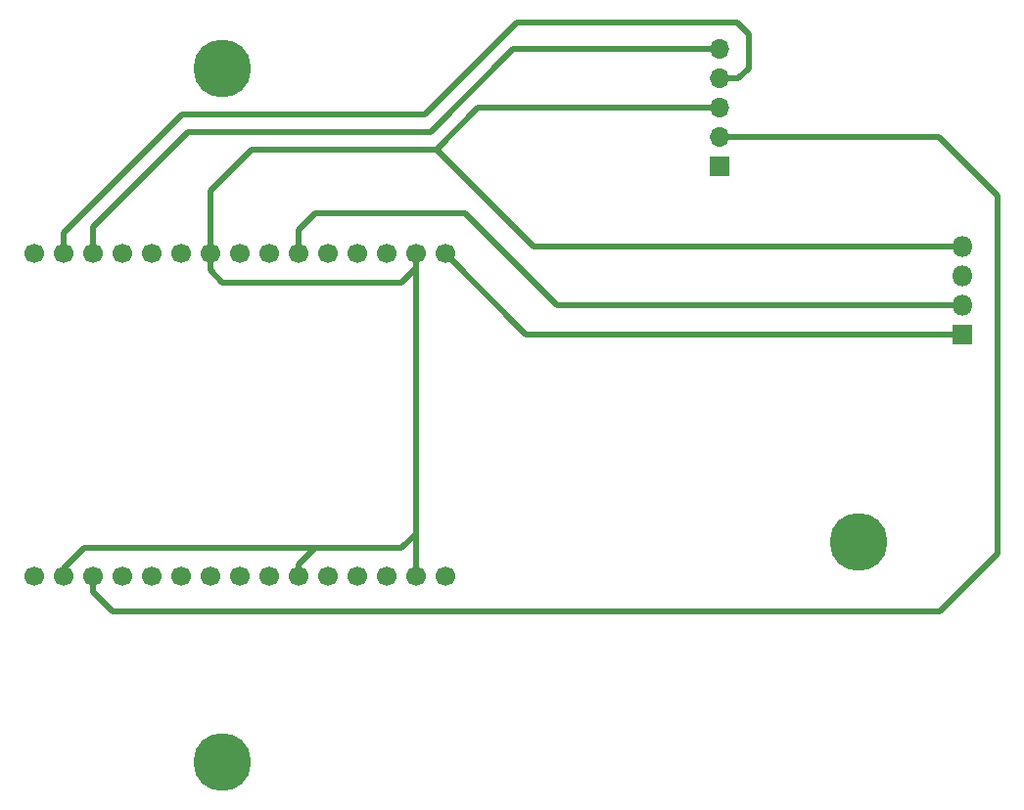
<source format=gbl>
G04 #@! TF.FileFunction,Copper,L2,Bot,Signal*
%FSLAX46Y46*%
G04 Gerber Fmt 4.6, Leading zero omitted, Abs format (unit mm)*
G04 Created by KiCad (PCBNEW 4.0.5) date 02/25/17 14:43:24*
%MOMM*%
%LPD*%
G01*
G04 APERTURE LIST*
%ADD10C,0.200000*%
%ADD11C,5.000000*%
%ADD12R,1.800000X1.800000*%
%ADD13O,1.800000X1.800000*%
%ADD14R,1.700000X1.700000*%
%ADD15O,1.700000X1.700000*%
%ADD16C,1.700000*%
%ADD17C,0.500000*%
G04 APERTURE END LIST*
D10*
D11*
X193500000Y-94000000D03*
X138500000Y-113000000D03*
X138500000Y-53000000D03*
D12*
X202500000Y-76000000D03*
D13*
X202500000Y-73460000D03*
X202500000Y-70920000D03*
X202500000Y-68380000D03*
D14*
X181500000Y-61500000D03*
D15*
X181500000Y-58960000D03*
X181500000Y-56420000D03*
X181500000Y-53880000D03*
X181500000Y-51340000D03*
D16*
X122220000Y-96970000D03*
X124760000Y-96970000D03*
X127300000Y-96970000D03*
X129840000Y-96970000D03*
X132380000Y-96970000D03*
X134920000Y-96970000D03*
X137460000Y-96970000D03*
X140000000Y-96970000D03*
X142540000Y-96970000D03*
X145080000Y-96970000D03*
X147620000Y-96970000D03*
X150160000Y-96970000D03*
X152700000Y-96970000D03*
X155240000Y-96970000D03*
X157780000Y-96970000D03*
X157780000Y-69030000D03*
X155240000Y-69030000D03*
X152700000Y-69030000D03*
X150160000Y-69030000D03*
X147620000Y-69030000D03*
X145080000Y-69030000D03*
X142540000Y-69030000D03*
X140000000Y-69030000D03*
X137460000Y-69030000D03*
X134920000Y-69030000D03*
X132380000Y-69030000D03*
X129840000Y-69030000D03*
X127300000Y-69030000D03*
X124760000Y-69030000D03*
X122220000Y-69030000D03*
D17*
X202500000Y-68380000D02*
X165380000Y-68380000D01*
X165380000Y-68380000D02*
X157000000Y-60000000D01*
X146500000Y-94500000D02*
X126500000Y-94500000D01*
X126500000Y-94500000D02*
X124760000Y-96240000D01*
X124760000Y-96240000D02*
X124760000Y-96970000D01*
X145080000Y-96970000D02*
X145080000Y-95920000D01*
X154000000Y-94500000D02*
X155240000Y-93260000D01*
X146500000Y-94500000D02*
X154000000Y-94500000D01*
X145080000Y-95920000D02*
X146500000Y-94500000D01*
X155240000Y-69030000D02*
X155240000Y-70260000D01*
X137460000Y-70460000D02*
X137460000Y-69030000D01*
X138500000Y-71500000D02*
X137460000Y-70460000D01*
X154000000Y-71500000D02*
X138500000Y-71500000D01*
X155240000Y-70260000D02*
X154000000Y-71500000D01*
X181500000Y-56420000D02*
X160580000Y-56420000D01*
X160580000Y-56420000D02*
X157000000Y-60000000D01*
X157000000Y-60000000D02*
X141000000Y-60000000D01*
X141000000Y-60000000D02*
X137460000Y-63540000D01*
X137460000Y-63540000D02*
X137460000Y-69030000D01*
X155240000Y-69030000D02*
X155240000Y-93260000D01*
X155240000Y-93260000D02*
X155240000Y-96970000D01*
X127300000Y-96970000D02*
X127300000Y-98300000D01*
X200460000Y-58960000D02*
X181500000Y-58960000D01*
X205500000Y-64000000D02*
X200460000Y-58960000D01*
X205500000Y-95000000D02*
X205500000Y-64000000D01*
X200500000Y-100000000D02*
X205500000Y-95000000D01*
X129000000Y-100000000D02*
X200500000Y-100000000D01*
X127300000Y-98300000D02*
X129000000Y-100000000D01*
X181500000Y-53880000D02*
X183120000Y-53880000D01*
X124760000Y-67240000D02*
X124760000Y-69030000D01*
X135000000Y-57000000D02*
X124760000Y-67240000D01*
X156000000Y-57000000D02*
X135000000Y-57000000D01*
X164000000Y-49000000D02*
X156000000Y-57000000D01*
X183000000Y-49000000D02*
X164000000Y-49000000D01*
X184000000Y-50000000D02*
X183000000Y-49000000D01*
X184000000Y-53000000D02*
X184000000Y-50000000D01*
X183120000Y-53880000D02*
X184000000Y-53000000D01*
X181500000Y-51340000D02*
X163660000Y-51340000D01*
X127300000Y-66700000D02*
X127300000Y-69030000D01*
X135500000Y-58500000D02*
X127300000Y-66700000D01*
X156500000Y-58500000D02*
X135500000Y-58500000D01*
X163660000Y-51340000D02*
X156500000Y-58500000D01*
X202500000Y-76000000D02*
X164750000Y-76000000D01*
X164750000Y-76000000D02*
X157780000Y-69030000D01*
X202500000Y-73500000D02*
X167460000Y-73460000D01*
X145080000Y-66920000D02*
X145080000Y-69030000D01*
X146500000Y-65500000D02*
X145080000Y-66920000D01*
X159500000Y-65500000D02*
X146500000Y-65500000D01*
X167460000Y-73460000D02*
X159500000Y-65500000D01*
M02*

</source>
